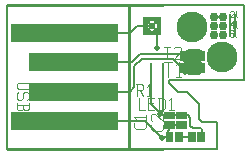
<source format=gbr>
G04 This is an RS-274x file exported by *
G04 gerbv version 2.7.0 *
G04 More information is available about gerbv at *
G04 http://gerbv.geda-project.org/ *
G04 --End of header info--*
%MOIN*%
%FSLAX36Y36*%
%IPPOS*%
G04 --Define apertures--*
%ADD10C,0.0040*%
%ADD11C,0.0060*%
%ADD12C,0.0100*%
%ADD13C,0.0048*%
%ADD14C,0.0001*%
%ADD15C,0.0394*%
%ADD16C,0.0200*%
%ADD17C,0.0300*%
%ADD18C,0.1027*%
G04 --Start main section--*
G54D10*
G01X0750000Y0416450D02*
G01X0760600Y0429700D01*
G01X0750000Y0416450D02*
G01X0763250Y0416450D01*
G01X0760600Y0429700D02*
G01X0760600Y0408500D01*
G01X0769610Y0429700D02*
G01X0769610Y0411150D01*
G01X0769610Y0411150D02*
G01X0772260Y0408500D01*
G01X0750000Y0462200D02*
G01X0752600Y0464800D01*
G01X0752600Y0464800D02*
G01X0760400Y0464800D01*
G01X0760400Y0464800D02*
G01X0763000Y0462200D01*
G01X0763000Y0462200D02*
G01X0763000Y0457000D01*
G01X0750000Y0444000D02*
G01X0763000Y0457000D01*
G01X0750000Y0444000D02*
G01X0763000Y0444000D01*
G01X0769240Y0464800D02*
G01X0769240Y0446600D01*
G01X0769240Y0446600D02*
G01X0771840Y0444000D01*
G01X0757800Y0399800D02*
G01X0760400Y0397200D01*
G01X0752600Y0399800D02*
G01X0757800Y0399800D01*
G01X0750000Y0397200D02*
G01X0752600Y0399800D01*
G01X0750000Y0397200D02*
G01X0750000Y0381600D01*
G01X0750000Y0381600D02*
G01X0752600Y0379000D01*
G01X0757800Y0390440D02*
G01X0760400Y0387840D01*
G01X0750000Y0390440D02*
G01X0757800Y0390440D01*
G01X0752600Y0379000D02*
G01X0757800Y0379000D01*
G01X0757800Y0379000D02*
G01X0760400Y0381600D01*
G01X0760400Y0387840D02*
G01X0760400Y0381600D01*
G01X0766640Y0399800D02*
G01X0766640Y0381600D01*
G01X0766640Y0381600D02*
G01X0769240Y0379000D01*
G54D11*
G01X0646000Y0294000D02*
G01X0654000Y0302000D01*
G01X0611000Y0294000D02*
G01X0646000Y0294000D01*
G01X0604000Y0301000D02*
G01X0611000Y0294000D01*
G01X0612000Y0334000D02*
G01X0605000Y0327000D01*
G01X0612000Y0334000D02*
G01X0647000Y0334000D01*
G01X0654000Y0327000D02*
G01X0647000Y0334000D01*
G01X0646000Y0254000D02*
G01X0654000Y0262000D01*
G01X0611000Y0254000D02*
G01X0646000Y0254000D01*
G01X0604000Y0261000D02*
G01X0611000Y0254000D01*
G01X0612000Y0294000D02*
G01X0605000Y0287000D01*
G01X0612000Y0294000D02*
G01X0647000Y0294000D01*
G01X0654000Y0287000D02*
G01X0647000Y0294000D01*
G54D12*
G01X0007500Y0485000D02*
G01X0527500Y0485000D01*
G01X0007500Y0005000D02*
G01X0527500Y0005000D01*
G01X0412500Y0485000D02*
G01X0412500Y0005000D01*
G54D10*
G01X0043400Y0225000D02*
G01X0077700Y0225000D01*
G01X0043400Y0225000D02*
G01X0038500Y0220100D01*
G01X0038500Y0220100D02*
G01X0038500Y0210300D01*
G01X0038500Y0210300D02*
G01X0043400Y0205400D01*
G01X0043400Y0205400D02*
G01X0077700Y0205400D01*
G01X0077700Y0174040D02*
G01X0072800Y0169140D01*
G01X0077700Y0188740D02*
G01X0077700Y0174040D01*
G01X0072800Y0193640D02*
G01X0077700Y0188740D01*
G01X0063000Y0193640D02*
G01X0072800Y0193640D01*
G01X0063000Y0193640D02*
G01X0058100Y0188740D01*
G01X0058100Y0188740D02*
G01X0058100Y0174040D01*
G01X0058100Y0174040D02*
G01X0053200Y0169140D01*
G01X0043400Y0169140D02*
G01X0053200Y0169140D01*
G01X0038500Y0174040D02*
G01X0043400Y0169140D01*
G01X0038500Y0188740D02*
G01X0038500Y0174040D01*
G01X0043400Y0193640D02*
G01X0038500Y0188740D01*
G01X0038500Y0157380D02*
G01X0038500Y0137780D01*
G01X0038500Y0137780D02*
G01X0043400Y0132880D01*
G01X0043400Y0132880D02*
G01X0055160Y0132880D01*
G01X0060060Y0137780D02*
G01X0055160Y0132880D01*
G01X0060060Y0152480D02*
G01X0060060Y0137780D01*
G01X0038500Y0152480D02*
G01X0077700Y0152480D01*
G01X0077700Y0157380D02*
G01X0077700Y0137780D01*
G01X0077700Y0137780D02*
G01X0072800Y0132880D01*
G01X0064960Y0132880D02*
G01X0072800Y0132880D01*
G01X0060060Y0137780D02*
G01X0064960Y0132880D01*
G01X0470000Y0090000D02*
G01X0470000Y0077000D01*
G01X0463000Y0070000D02*
G01X0470000Y0077000D01*
G01X0437000Y0070000D02*
G01X0463000Y0070000D01*
G01X0437000Y0070000D02*
G01X0430000Y0077000D01*
G01X0430000Y0090000D02*
G01X0430000Y0077000D01*
G01X0438000Y0102000D02*
G01X0430000Y0110000D01*
G01X0430000Y0110000D02*
G01X0470000Y0110000D01*
G01X0470000Y0117000D02*
G01X0470000Y0102000D01*
G01X0525000Y0085000D02*
G01X0525000Y0072000D01*
G01X0518000Y0065000D02*
G01X0525000Y0072000D01*
G01X0492000Y0065000D02*
G01X0518000Y0065000D01*
G01X0492000Y0065000D02*
G01X0485000Y0072000D01*
G01X0485000Y0085000D02*
G01X0485000Y0072000D01*
G01X0490000Y0097000D02*
G01X0485000Y0102000D01*
G01X0485000Y0117000D02*
G01X0485000Y0102000D01*
G01X0485000Y0117000D02*
G01X0490000Y0122000D01*
G01X0490000Y0122000D02*
G01X0500000Y0122000D01*
G01X0525000Y0097000D02*
G01X0500000Y0122000D01*
G01X0525000Y0122000D02*
G01X0525000Y0097000D01*
G01X0435000Y0220000D02*
G01X0455000Y0220000D01*
G01X0455000Y0220000D02*
G01X0460000Y0215000D01*
G01X0460000Y0215000D02*
G01X0460000Y0205000D01*
G01X0455000Y0200000D02*
G01X0460000Y0205000D01*
G01X0440000Y0200000D02*
G01X0455000Y0200000D01*
G01X0440000Y0220000D02*
G01X0440000Y0180000D01*
G01X0448000Y0200000D02*
G01X0460000Y0180000D01*
G01X0472000Y0212000D02*
G01X0480000Y0220000D01*
G01X0480000Y0220000D02*
G01X0480000Y0180000D01*
G01X0472000Y0180000D02*
G01X0487000Y0180000D01*
G01X0445000Y0175000D02*
G01X0445000Y0135000D01*
G01X0445000Y0135000D02*
G01X0465000Y0135000D01*
G01X0477000Y0157000D02*
G01X0492000Y0157000D01*
G01X0477000Y0135000D02*
G01X0497000Y0135000D01*
G01X0477000Y0175000D02*
G01X0477000Y0135000D01*
G01X0477000Y0175000D02*
G01X0497000Y0175000D01*
G01X0514000Y0175000D02*
G01X0514000Y0135000D01*
G01X0527000Y0175000D02*
G01X0534000Y0168000D01*
G01X0534000Y0168000D02*
G01X0534000Y0142000D01*
G01X0527000Y0135000D02*
G01X0534000Y0142000D01*
G01X0509000Y0135000D02*
G01X0527000Y0135000D01*
G01X0509000Y0175000D02*
G01X0527000Y0175000D01*
G01X0546000Y0167000D02*
G01X0554000Y0175000D01*
G01X0554000Y0175000D02*
G01X0554000Y0135000D01*
G01X0546000Y0135000D02*
G01X0561000Y0135000D01*
G01X0530000Y0345000D02*
G01X0550000Y0345000D01*
G01X0540000Y0345000D02*
G01X0540000Y0305000D01*
G01X0562000Y0340000D02*
G01X0567000Y0345000D01*
G01X0567000Y0345000D02*
G01X0582000Y0345000D01*
G01X0582000Y0345000D02*
G01X0587000Y0340000D01*
G01X0587000Y0340000D02*
G01X0587000Y0330000D01*
G01X0562000Y0305000D02*
G01X0587000Y0330000D01*
G01X0562000Y0305000D02*
G01X0587000Y0305000D01*
G54D13*
G01X0530000Y0292900D02*
G01X0554200Y0292900D01*
G01X0542100Y0292900D02*
G01X0542100Y0244500D01*
G01X0568720Y0283220D02*
G01X0578400Y0292900D01*
G01X0578400Y0292900D02*
G01X0578400Y0244500D01*
G01X0568720Y0244500D02*
G01X0586870Y0244500D01*
G01X0000000Y0000000D02*
G54D14*
G36*
G01X0520000Y0445000D02*
G01X0520000Y0385000D01*
G01X0502650Y0385000D01*
G01X0502650Y0407880D01*
G01X0502770Y0407890D01*
G01X0503230Y0407990D01*
G01X0503660Y0408170D01*
G01X0504070Y0408410D01*
G01X0504430Y0408710D01*
G01X0504740Y0409070D01*
G01X0504990Y0409470D01*
G01X0505170Y0409910D01*
G01X0505590Y0411330D01*
G01X0505860Y0412780D01*
G01X0506000Y0414260D01*
G01X0506000Y0415740D01*
G01X0505860Y0417220D01*
G01X0505590Y0418670D01*
G01X0505180Y0420100D01*
G01X0505000Y0420530D01*
G01X0504750Y0420940D01*
G01X0504440Y0421290D01*
G01X0504080Y0421600D01*
G01X0503670Y0421840D01*
G01X0503230Y0422020D01*
G01X0502770Y0422120D01*
G01X0502650Y0422130D01*
G01X0502650Y0445000D01*
G01X0520000Y0445000D01*
G37*
G36*
G01X0502650Y0385000D02*
G01X0490010Y0385000D01*
G01X0490010Y0399000D01*
G01X0490740Y0399000D01*
G01X0492220Y0399140D01*
G01X0493670Y0399410D01*
G01X0495100Y0399820D01*
G01X0495530Y0400000D01*
G01X0495940Y0400250D01*
G01X0496290Y0400560D01*
G01X0496600Y0400920D01*
G01X0496840Y0401330D01*
G01X0497020Y0401770D01*
G01X0497120Y0402230D01*
G01X0497160Y0402710D01*
G01X0497120Y0403180D01*
G01X0497000Y0403640D01*
G01X0496810Y0404070D01*
G01X0496560Y0404470D01*
G01X0496250Y0404830D01*
G01X0495890Y0405140D01*
G01X0495480Y0405380D01*
G01X0495040Y0405560D01*
G01X0494580Y0405660D01*
G01X0494110Y0405700D01*
G01X0493640Y0405650D01*
G01X0493180Y0405530D01*
G01X0492290Y0405270D01*
G01X0491380Y0405100D01*
G01X0490460Y0405010D01*
G01X0490010Y0405010D01*
G01X0490010Y0424990D01*
G01X0490460Y0424990D01*
G01X0491380Y0424900D01*
G01X0492290Y0424730D01*
G01X0493180Y0424480D01*
G01X0493640Y0424360D01*
G01X0494110Y0424320D01*
G01X0494580Y0424350D01*
G01X0495040Y0424450D01*
G01X0495480Y0424630D01*
G01X0495880Y0424870D01*
G01X0496240Y0425180D01*
G01X0496550Y0425530D01*
G01X0496800Y0425930D01*
G01X0496990Y0426370D01*
G01X0497100Y0426820D01*
G01X0497150Y0427300D01*
G01X0497110Y0427770D01*
G01X0497010Y0428230D01*
G01X0496830Y0428660D01*
G01X0496590Y0429070D01*
G01X0496290Y0429430D01*
G01X0495930Y0429740D01*
G01X0495530Y0429990D01*
G01X0495090Y0430170D01*
G01X0493670Y0430590D01*
G01X0492220Y0430860D01*
G01X0490740Y0431000D01*
G01X0490010Y0431000D01*
G01X0490010Y0445000D01*
G01X0502650Y0445000D01*
G01X0502650Y0422130D01*
G01X0502290Y0422160D01*
G01X0501820Y0422120D01*
G01X0501360Y0422000D01*
G01X0500930Y0421810D01*
G01X0500530Y0421560D01*
G01X0500170Y0421250D01*
G01X0499860Y0420890D01*
G01X0499620Y0420480D01*
G01X0499440Y0420040D01*
G01X0499340Y0419580D01*
G01X0499300Y0419110D01*
G01X0499350Y0418640D01*
G01X0499470Y0418180D01*
G01X0499730Y0417290D01*
G01X0499900Y0416380D01*
G01X0499990Y0415460D01*
G01X0499990Y0414540D01*
G01X0499900Y0413620D01*
G01X0499730Y0412710D01*
G01X0499480Y0411820D01*
G01X0499360Y0411360D01*
G01X0499320Y0410890D01*
G01X0499350Y0410420D01*
G01X0499450Y0409960D01*
G01X0499630Y0409520D01*
G01X0499870Y0409120D01*
G01X0500180Y0408760D01*
G01X0500530Y0408450D01*
G01X0500930Y0408200D01*
G01X0501370Y0408010D01*
G01X0501820Y0407900D01*
G01X0502290Y0407850D01*
G01X0502650Y0407880D01*
G01X0502650Y0385000D01*
G37*
G36*
G01X0490010Y0385000D02*
G01X0477350Y0385000D01*
G01X0477350Y0407870D01*
G01X0477710Y0407840D01*
G01X0478180Y0407880D01*
G01X0478640Y0408000D01*
G01X0479070Y0408190D01*
G01X0479470Y0408440D01*
G01X0479830Y0408750D01*
G01X0480140Y0409110D01*
G01X0480380Y0409520D01*
G01X0480560Y0409960D01*
G01X0480660Y0410420D01*
G01X0480700Y0410890D01*
G01X0480650Y0411360D01*
G01X0480530Y0411820D01*
G01X0480270Y0412710D01*
G01X0480100Y0413620D01*
G01X0480010Y0414540D01*
G01X0480010Y0415460D01*
G01X0480100Y0416380D01*
G01X0480270Y0417290D01*
G01X0480520Y0418180D01*
G01X0480640Y0418640D01*
G01X0480680Y0419110D01*
G01X0480650Y0419580D01*
G01X0480550Y0420040D01*
G01X0480370Y0420480D01*
G01X0480130Y0420880D01*
G01X0479820Y0421240D01*
G01X0479470Y0421550D01*
G01X0479070Y0421800D01*
G01X0478630Y0421990D01*
G01X0478180Y0422100D01*
G01X0477700Y0422150D01*
G01X0477350Y0422120D01*
G01X0477350Y0445000D01*
G01X0490010Y0445000D01*
G01X0490010Y0431000D01*
G01X0489260Y0431000D01*
G01X0487780Y0430860D01*
G01X0486330Y0430590D01*
G01X0484900Y0430180D01*
G01X0484470Y0430000D01*
G01X0484060Y0429750D01*
G01X0483710Y0429440D01*
G01X0483400Y0429080D01*
G01X0483160Y0428670D01*
G01X0482980Y0428230D01*
G01X0482880Y0427770D01*
G01X0482840Y0427290D01*
G01X0482880Y0426820D01*
G01X0483000Y0426360D01*
G01X0483190Y0425930D01*
G01X0483440Y0425530D01*
G01X0483750Y0425170D01*
G01X0484110Y0424860D01*
G01X0484520Y0424620D01*
G01X0484960Y0424440D01*
G01X0485420Y0424340D01*
G01X0485890Y0424300D01*
G01X0486360Y0424350D01*
G01X0486820Y0424470D01*
G01X0487710Y0424730D01*
G01X0488620Y0424900D01*
G01X0489540Y0424990D01*
G01X0490010Y0424990D01*
G01X0490010Y0405010D01*
G01X0489540Y0405010D01*
G01X0488620Y0405100D01*
G01X0487710Y0405270D01*
G01X0486820Y0405520D01*
G01X0486360Y0405640D01*
G01X0485890Y0405680D01*
G01X0485420Y0405650D01*
G01X0484960Y0405550D01*
G01X0484520Y0405370D01*
G01X0484120Y0405130D01*
G01X0483760Y0404820D01*
G01X0483450Y0404470D01*
G01X0483200Y0404070D01*
G01X0483010Y0403630D01*
G01X0482900Y0403180D01*
G01X0482850Y0402710D01*
G01X0482890Y0402230D01*
G01X0482990Y0401770D01*
G01X0483170Y0401340D01*
G01X0483410Y0400930D01*
G01X0483710Y0400570D01*
G01X0484070Y0400260D01*
G01X0484470Y0400010D01*
G01X0484910Y0399830D01*
G01X0486330Y0399410D01*
G01X0487780Y0399140D01*
G01X0489260Y0399000D01*
G01X0490010Y0399000D01*
G01X0490010Y0385000D01*
G37*
G36*
G01X0477350Y0385000D02*
G01X0460000Y0385000D01*
G01X0460000Y0445000D01*
G01X0477350Y0445000D01*
G01X0477350Y0422120D01*
G01X0477230Y0422110D01*
G01X0476770Y0422010D01*
G01X0476340Y0421830D01*
G01X0475930Y0421590D01*
G01X0475570Y0421290D01*
G01X0475260Y0420930D01*
G01X0475010Y0420530D01*
G01X0474830Y0420090D01*
G01X0474410Y0418670D01*
G01X0474140Y0417220D01*
G01X0474000Y0415740D01*
G01X0474000Y0414260D01*
G01X0474140Y0412780D01*
G01X0474410Y0411330D01*
G01X0474820Y0409900D01*
G01X0475000Y0409470D01*
G01X0475250Y0409060D01*
G01X0475560Y0408710D01*
G01X0475920Y0408400D01*
G01X0476330Y0408160D01*
G01X0476770Y0407980D01*
G01X0477230Y0407880D01*
G01X0477350Y0407870D01*
G01X0477350Y0385000D01*
G37*
G54D11*
G01X0608520Y0116480D02*
G01X0617500Y0107500D01*
G01X0197500Y0096720D02*
G01X0466420Y0096720D01*
G01X0608520Y0116480D02*
G01X0518520Y0116480D01*
G01X0466420Y0096720D02*
G01X0521560Y0041580D01*
G01X0518520Y0116480D02*
G01X0515000Y0120000D01*
G01X0515000Y0120000D02*
G01X0525000Y0130000D01*
G01X0515000Y0120000D02*
G01X0515000Y0125000D01*
G01X0515000Y0125000D02*
G01X0485000Y0155000D01*
G01X0547500Y0085000D02*
G01X0547500Y0066160D01*
G01X0538080Y0045000D02*
G01X0538080Y0056740D01*
G01X0538080Y0056740D02*
G01X0547500Y0066160D01*
G01X0528660Y0045000D02*
G01X0547500Y0045000D01*
G01X0521560Y0041580D02*
G01X0525240Y0041580D01*
G01X0525240Y0041580D02*
G01X0528660Y0045000D01*
G01X0621760Y0045000D02*
G01X0578980Y0045000D01*
G01X0587500Y0085000D02*
G01X0547500Y0085000D01*
G01X0617500Y0107500D02*
G01X0617500Y0082500D01*
G01X0617500Y0082500D02*
G01X0625000Y0075000D01*
G01X0625000Y0075000D02*
G01X0650000Y0075000D01*
G01X0650000Y0075000D02*
G01X0655000Y0070000D01*
G01X0655000Y0070000D02*
G01X0655000Y0046760D01*
G01X0655000Y0046760D02*
G01X0653240Y0045000D01*
G01X0197500Y0392000D02*
G01X0417000Y0392000D01*
G01X0227030Y0293570D02*
G01X0423570Y0293570D01*
G01X0450000Y0320000D02*
G01X0423570Y0293570D01*
G01X0227030Y0195150D02*
G01X0415150Y0195150D01*
G01X0417000Y0392000D02*
G01X0440000Y0415000D01*
G01X0695000Y0445000D02*
G01X0725000Y0445000D01*
G01X0750000Y0455000D02*
G01X0750000Y0380000D01*
G01X0765000Y0380000D02*
G01X0765000Y0455000D01*
G01X0440000Y0415000D02*
G01X0490000Y0415000D01*
G01X0505000Y0340000D02*
G01X0505000Y0400000D01*
G01X0505000Y0400000D02*
G01X0490000Y0415000D01*
G01X0600000Y0281000D02*
G01X0584000Y0281000D01*
G01X0584000Y0281000D02*
G01X0560000Y0305000D01*
G01X0600000Y0321000D02*
G01X0586000Y0321000D01*
G01X0586000Y0321000D02*
G01X0585000Y0320000D01*
G01X0599500Y0308000D02*
G01X0599500Y0300500D01*
G01X0599500Y0300500D02*
G01X0600000Y0300000D01*
G01X0430000Y0280000D02*
G01X0430000Y0210000D01*
G01X0430000Y0210000D02*
G01X0415150Y0195150D01*
G01X0525000Y0130000D02*
G01X0525000Y0290000D01*
G01X0485000Y0155000D02*
G01X0485000Y0290000D01*
G01X0560000Y0305000D02*
G01X0455000Y0305000D01*
G01X0455000Y0305000D02*
G01X0430000Y0280000D01*
G01X0585000Y0320000D02*
G01X0450000Y0320000D01*
G01X0599500Y0268000D02*
G01X0599500Y0260500D01*
G01X0599500Y0260500D02*
G01X0600000Y0260000D01*
G54D15*
G01X0722500Y0310000D03*
G54D11*
G01X0645000Y0327000D02*
G01X0651000Y0321000D01*
G54D14*
G36*
G01X0648000Y0324000D02*
G01X0648000Y0318000D01*
G01X0659000Y0318000D01*
G01X0659000Y0324000D01*
G01X0648000Y0324000D01*
G37*
G54D11*
G01X0645000Y0287000D02*
G01X0651000Y0281000D01*
G54D14*
G36*
G01X0648000Y0284000D02*
G01X0648000Y0278000D01*
G01X0659000Y0278000D01*
G01X0659000Y0284000D01*
G01X0648000Y0284000D01*
G37*
G36*
G01X0557340Y0058770D02*
G01X0537660Y0058770D01*
G01X0537660Y0031230D01*
G01X0557340Y0031230D01*
G01X0557340Y0058770D01*
G37*
G36*
G01X0588820Y0058770D02*
G01X0569140Y0058770D01*
G01X0569140Y0031230D01*
G01X0588820Y0031230D01*
G01X0588820Y0058770D01*
G37*
G36*
G01X0631600Y0058770D02*
G01X0611920Y0058770D01*
G01X0611920Y0031230D01*
G01X0631600Y0031230D01*
G01X0631600Y0058770D01*
G37*
G36*
G01X0533730Y0094840D02*
G01X0533730Y0075160D01*
G01X0561270Y0075160D01*
G01X0561270Y0094840D01*
G01X0533730Y0094840D01*
G37*
G36*
G01X0533730Y0126320D02*
G01X0533730Y0106640D01*
G01X0561270Y0106640D01*
G01X0561270Y0126320D01*
G01X0533730Y0126320D01*
G37*
G36*
G01X0573730Y0094840D02*
G01X0573730Y0075160D01*
G01X0601270Y0075160D01*
G01X0601270Y0094840D01*
G01X0573730Y0094840D01*
G37*
G36*
G01X0573730Y0126320D02*
G01X0573730Y0106640D01*
G01X0601270Y0106640D01*
G01X0601270Y0126320D01*
G01X0573730Y0126320D01*
G37*
G36*
G01X0663080Y0058770D02*
G01X0643400Y0058770D01*
G01X0643400Y0031230D01*
G01X0663080Y0031230D01*
G01X0663080Y0058770D01*
G37*
G36*
G01X0030180Y0116400D02*
G01X0030180Y0077040D01*
G01X0364820Y0077040D01*
G01X0364820Y0116400D01*
G01X0030180Y0116400D01*
G37*
G54D15*
G01X0622500Y0410000D03*
G54D14*
G36*
G01X0030180Y0411680D02*
G01X0030180Y0372320D01*
G01X0364820Y0372320D01*
G01X0364820Y0411680D01*
G01X0030180Y0411680D01*
G37*
G54D11*
G01X0614000Y0301000D02*
G01X0644000Y0301000D01*
G01X0644000Y0301000D02*
G01X0651000Y0308000D01*
G54D14*
G36*
G01X0648000Y0311000D02*
G01X0648000Y0305000D01*
G01X0659000Y0305000D01*
G01X0659000Y0311000D01*
G01X0648000Y0311000D01*
G37*
G54D11*
G01X0635000Y0307000D02*
G01X0641000Y0301000D01*
G01X0629000Y0301000D02*
G01X0635000Y0307000D01*
G01X0607000Y0308000D02*
G01X0614000Y0301000D01*
G54D14*
G36*
G01X0589000Y0311000D02*
G01X0589000Y0305000D01*
G01X0610000Y0305000D01*
G01X0610000Y0311000D01*
G01X0589000Y0311000D01*
G37*
G54D11*
G01X0617000Y0301000D02*
G01X0623000Y0307000D01*
G01X0623000Y0307000D02*
G01X0629000Y0301000D01*
G01X0608000Y0321000D02*
G01X0614000Y0327000D01*
G54D14*
G36*
G01X0589000Y0324000D02*
G01X0589000Y0318000D01*
G01X0611000Y0318000D01*
G01X0611000Y0324000D01*
G01X0589000Y0324000D01*
G37*
G54D11*
G01X0616000Y0327000D02*
G01X0623000Y0320000D01*
G01X0614000Y0327000D02*
G01X0616000Y0327000D01*
G01X0614000Y0327000D02*
G01X0645000Y0327000D01*
G01X0623000Y0320000D02*
G01X0630000Y0327000D01*
G01X0628000Y0327000D02*
G01X0635000Y0320000D01*
G01X0635000Y0320000D02*
G01X0642000Y0327000D01*
G01X0614000Y0261000D02*
G01X0644000Y0261000D01*
G01X0644000Y0261000D02*
G01X0651000Y0268000D01*
G54D14*
G36*
G01X0648000Y0271000D02*
G01X0648000Y0265000D01*
G01X0659000Y0265000D01*
G01X0659000Y0271000D01*
G01X0648000Y0271000D01*
G37*
G54D11*
G01X0635000Y0267000D02*
G01X0641000Y0261000D01*
G01X0629000Y0261000D02*
G01X0635000Y0267000D01*
G01X0607000Y0268000D02*
G01X0614000Y0261000D01*
G54D14*
G36*
G01X0589000Y0271000D02*
G01X0589000Y0265000D01*
G01X0610000Y0265000D01*
G01X0610000Y0271000D01*
G01X0589000Y0271000D01*
G37*
G54D11*
G01X0617000Y0261000D02*
G01X0623000Y0267000D01*
G01X0623000Y0267000D02*
G01X0629000Y0261000D01*
G01X0614000Y0287000D02*
G01X0645000Y0287000D01*
G01X0608000Y0281000D02*
G01X0614000Y0287000D01*
G01X0614000Y0287000D02*
G01X0616000Y0287000D01*
G01X0628000Y0287000D02*
G01X0635000Y0280000D01*
G01X0635000Y0280000D02*
G01X0642000Y0287000D01*
G54D14*
G36*
G01X0589000Y0284000D02*
G01X0589000Y0278000D01*
G01X0611000Y0278000D01*
G01X0611000Y0284000D01*
G01X0589000Y0284000D01*
G37*
G36*
G01X0089240Y0313260D02*
G01X0089240Y0273880D01*
G01X0364820Y0273880D01*
G01X0364820Y0313260D01*
G01X0089240Y0313260D01*
G37*
G36*
G01X0089240Y0214840D02*
G01X0089240Y0175460D01*
G01X0364820Y0175460D01*
G01X0364820Y0214840D01*
G01X0089240Y0214840D01*
G37*
G54D11*
G01X0616000Y0287000D02*
G01X0623000Y0280000D01*
G01X0623000Y0280000D02*
G01X0630000Y0287000D01*
G54D16*
G01X0600000Y0300000D03*
G01X0600000Y0260000D03*
G01X0505000Y0340000D03*
G01X0521560Y0041580D03*
G01X0515000Y0120000D03*
G01X0725000Y0445000D03*
G01X0725000Y0415000D03*
G01X0490000Y0415000D03*
G01X0695000Y0445000D03*
G01X0695000Y0415000D03*
G01X0695000Y0385000D03*
G01X0725000Y0385000D03*
G01X0000000Y0000000D02*
G54D11*
G01X0707500Y0005000D02*
G01X0007500Y0005000D01*
G01X0547500Y0225000D02*
G01X0577500Y0195000D01*
G01X0577500Y0195000D02*
G01X0607500Y0195000D01*
G01X0647500Y0155000D02*
G01X0607500Y0195000D01*
G01X0797500Y0235000D02*
G01X0547500Y0235000D01*
G01X0547500Y0235000D02*
G01X0547500Y0225000D01*
G01X0007500Y0005000D02*
G01X0007500Y0485000D01*
G01X0647500Y0155000D02*
G01X0647500Y0105000D01*
G01X0647500Y0105000D02*
G01X0657500Y0095000D01*
G01X0657500Y0095000D02*
G01X0707500Y0095000D01*
G01X0707500Y0095000D02*
G01X0707500Y0005000D01*
G01X0007500Y0485000D02*
G01X0797500Y0485000D01*
G01X0797500Y0485000D02*
G01X0797500Y0235000D01*
G01X0000000Y0000000D02*
G54D17*
G01X0725000Y0445000D03*
G01X0725000Y0415000D03*
G01X0695000Y0445000D03*
G01X0695000Y0415000D03*
G01X0695000Y0385000D03*
G01X0725000Y0385000D03*
G54D18*
G01X0722500Y0310000D03*
G54D16*
G01X0645000Y0327000D02*
G01X0651000Y0321000D01*
G54D14*
G36*
G01X0641000Y0331000D02*
G01X0641000Y0311000D01*
G01X0666000Y0311000D01*
G01X0666000Y0331000D01*
G01X0641000Y0331000D01*
G37*
G54D16*
G01X0645000Y0287000D02*
G01X0651000Y0281000D01*
G54D14*
G36*
G01X0641000Y0291000D02*
G01X0641000Y0271000D01*
G01X0666000Y0271000D01*
G01X0666000Y0291000D01*
G01X0641000Y0291000D01*
G37*
G36*
G01X0560340Y0061770D02*
G01X0534660Y0061770D01*
G01X0534660Y0028230D01*
G01X0560340Y0028230D01*
G01X0560340Y0061770D01*
G37*
G36*
G01X0591820Y0061770D02*
G01X0566140Y0061770D01*
G01X0566140Y0028230D01*
G01X0591820Y0028230D01*
G01X0591820Y0061770D01*
G37*
G36*
G01X0634600Y0061770D02*
G01X0608920Y0061770D01*
G01X0608920Y0028230D01*
G01X0634600Y0028230D01*
G01X0634600Y0061770D01*
G37*
G36*
G01X0530730Y0097840D02*
G01X0530730Y0072160D01*
G01X0564270Y0072160D01*
G01X0564270Y0097840D01*
G01X0530730Y0097840D01*
G37*
G36*
G01X0530730Y0129320D02*
G01X0530730Y0103640D01*
G01X0564270Y0103640D01*
G01X0564270Y0129320D01*
G01X0530730Y0129320D01*
G37*
G36*
G01X0570730Y0097840D02*
G01X0570730Y0072160D01*
G01X0604270Y0072160D01*
G01X0604270Y0097840D01*
G01X0570730Y0097840D01*
G37*
G36*
G01X0570730Y0129320D02*
G01X0570730Y0103640D01*
G01X0604270Y0103640D01*
G01X0604270Y0129320D01*
G01X0570730Y0129320D01*
G37*
G36*
G01X0666080Y0061770D02*
G01X0640400Y0061770D01*
G01X0640400Y0028230D01*
G01X0666080Y0028230D01*
G01X0666080Y0061770D01*
G37*
G36*
G01X0020170Y0126410D02*
G01X0020170Y0067030D01*
G01X0374830Y0067030D01*
G01X0374830Y0126410D01*
G01X0020170Y0126410D01*
G37*
G54D18*
G01X0622500Y0410000D03*
G54D14*
G36*
G01X0020170Y0421690D02*
G01X0020170Y0362310D01*
G01X0374830Y0362310D01*
G01X0374830Y0421690D01*
G01X0020170Y0421690D01*
G37*
G54D16*
G01X0614000Y0301000D02*
G01X0644000Y0301000D01*
G01X0644000Y0301000D02*
G01X0651000Y0308000D01*
G54D14*
G36*
G01X0641000Y0318000D02*
G01X0641000Y0298000D01*
G01X0666000Y0298000D01*
G01X0666000Y0318000D01*
G01X0641000Y0318000D01*
G37*
G54D16*
G01X0635000Y0307000D02*
G01X0641000Y0301000D01*
G01X0629000Y0301000D02*
G01X0635000Y0307000D01*
G01X0607000Y0308000D02*
G01X0614000Y0301000D01*
G54D14*
G36*
G01X0582000Y0318000D02*
G01X0582000Y0298000D01*
G01X0617000Y0298000D01*
G01X0617000Y0318000D01*
G01X0582000Y0318000D01*
G37*
G54D16*
G01X0617000Y0301000D02*
G01X0623000Y0307000D01*
G01X0623000Y0307000D02*
G01X0629000Y0301000D01*
G01X0608000Y0321000D02*
G01X0614000Y0327000D01*
G54D14*
G36*
G01X0582000Y0331000D02*
G01X0582000Y0311000D01*
G01X0618000Y0311000D01*
G01X0618000Y0331000D01*
G01X0582000Y0331000D01*
G37*
G54D16*
G01X0616000Y0327000D02*
G01X0623000Y0320000D01*
G01X0614000Y0327000D02*
G01X0616000Y0327000D01*
G01X0614000Y0327000D02*
G01X0645000Y0327000D01*
G01X0623000Y0320000D02*
G01X0630000Y0327000D01*
G01X0628000Y0327000D02*
G01X0635000Y0320000D01*
G01X0635000Y0320000D02*
G01X0642000Y0327000D01*
G01X0614000Y0261000D02*
G01X0644000Y0261000D01*
G01X0644000Y0261000D02*
G01X0651000Y0268000D01*
G54D14*
G36*
G01X0641000Y0278000D02*
G01X0641000Y0258000D01*
G01X0666000Y0258000D01*
G01X0666000Y0278000D01*
G01X0641000Y0278000D01*
G37*
G54D16*
G01X0635000Y0267000D02*
G01X0641000Y0261000D01*
G01X0629000Y0261000D02*
G01X0635000Y0267000D01*
G01X0607000Y0268000D02*
G01X0614000Y0261000D01*
G54D14*
G36*
G01X0582000Y0278000D02*
G01X0582000Y0258000D01*
G01X0617000Y0258000D01*
G01X0617000Y0278000D01*
G01X0582000Y0278000D01*
G37*
G54D16*
G01X0617000Y0261000D02*
G01X0623000Y0267000D01*
G01X0623000Y0267000D02*
G01X0629000Y0261000D01*
G01X0614000Y0287000D02*
G01X0645000Y0287000D01*
G01X0608000Y0281000D02*
G01X0614000Y0287000D01*
G01X0614000Y0287000D02*
G01X0616000Y0287000D01*
G01X0628000Y0287000D02*
G01X0635000Y0280000D01*
G01X0635000Y0280000D02*
G01X0642000Y0287000D01*
G54D14*
G36*
G01X0582000Y0291000D02*
G01X0582000Y0271000D01*
G01X0618000Y0271000D01*
G01X0618000Y0291000D01*
G01X0582000Y0291000D01*
G37*
G36*
G01X0079230Y0323260D02*
G01X0079230Y0263880D01*
G01X0374830Y0263880D01*
G01X0374830Y0323260D01*
G01X0079230Y0323260D01*
G37*
G36*
G01X0079230Y0224840D02*
G01X0079230Y0165460D01*
G01X0374830Y0165460D01*
G01X0374830Y0224840D01*
G01X0079230Y0224840D01*
G37*
G54D16*
G01X0616000Y0287000D02*
G01X0623000Y0280000D01*
G01X0623000Y0280000D02*
G01X0630000Y0287000D01*
G01X0000000Y0000000D02*
G54D12*
G01X0490000Y0415000D03*
G01X0505000Y0340000D03*
G01X0515000Y0120000D03*
G01X0521600Y0041600D03*
G01X0600000Y0300000D03*
G01X0600000Y0260000D03*
G01X0695000Y0445000D03*
G01X0695000Y0415000D03*
G01X0695000Y0385000D03*
G01X0725000Y0445000D03*
G01X0725000Y0415000D03*
G01X0725000Y0385000D03*
M02*

</source>
